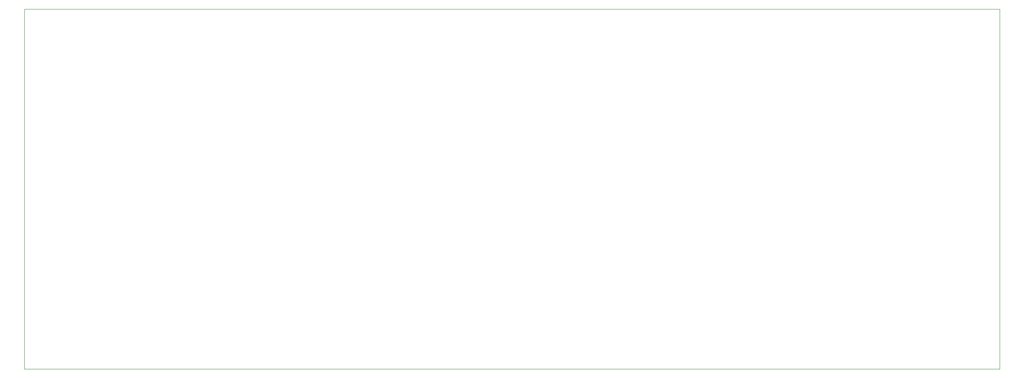
<source format=gbr>
%TF.GenerationSoftware,KiCad,Pcbnew,6.0.0-rc1-unknown-1a22918~65~ubuntu16.04.1*%
%TF.CreationDate,2019-08-07T17:00:26+03:00*%
%TF.ProjectId,BackbonePCB,4261636B626F6E655043422E6B696361,rev?*%
%TF.SameCoordinates,Original*%
%TF.FileFunction,Legend,Bot*%
%TF.FilePolarity,Positive*%
%FSLAX46Y46*%
G04 Gerber Fmt 4.6, Leading zero omitted, Abs format (unit mm)*
G04 Created by KiCad (PCBNEW 6.0.0-rc1-unknown-1a22918~65~ubuntu16.04.1) date Wed Aug  7 17:00:26 2019*
%MOMM*%
%LPD*%
G01*
G04 APERTURE LIST*
%ADD10C,0.050000*%
G04 APERTURE END LIST*
D10*
X18050000Y-19050000D02*
X18050000Y-93050000D01*
X49050000Y-93050000D02*
X18050000Y-93050000D01*
X218050000Y-93050000D02*
X49050000Y-93050000D01*
X218050000Y-19050000D02*
X218050000Y-93050000D01*
X18050000Y-19050000D02*
X218050000Y-19050000D01*
M02*

</source>
